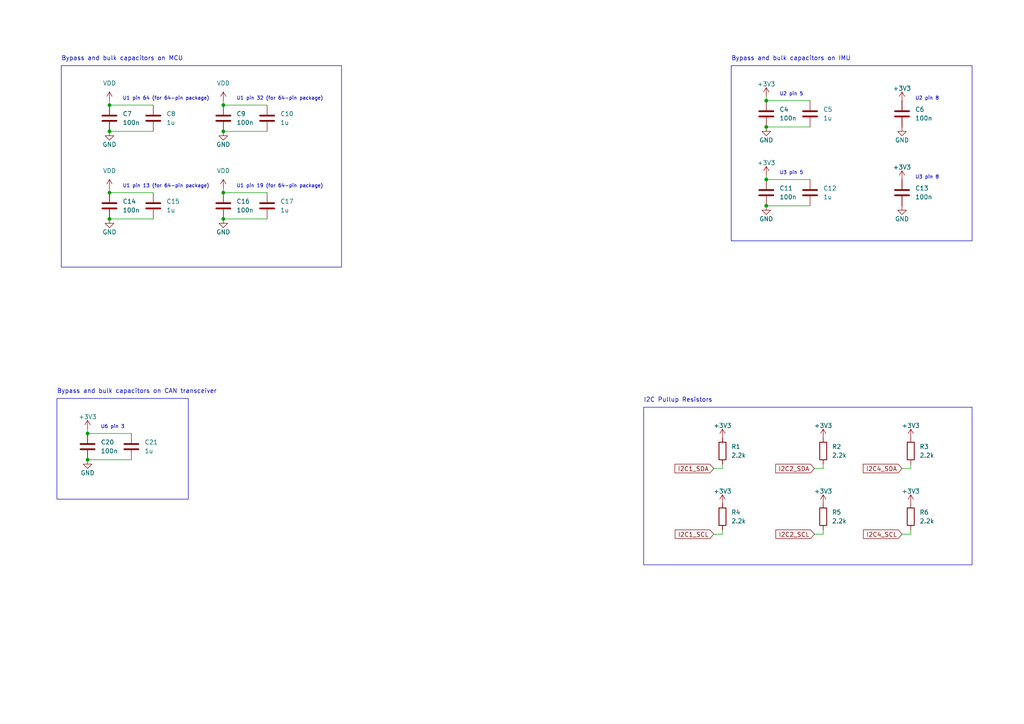
<source format=kicad_sch>
(kicad_sch (version 20230121) (generator eeschema)
  (paper "A4")
  (lib_symbols
    (symbol "Device:C" (pin_numbers hide) (pin_names (offset 0.254))
      (property "Reference" "C" (at 0.635 2.54 0))
      (property "Value" "C" (at 0.635 -2.54 0))
      (symbol "C_0_1"
        (polyline (pts (xy -2.032 -0.762) (xy 2.032 -0.762)) (stroke (width 0.508)))
        (polyline (pts (xy -2.032 0.762) (xy 2.032 0.762)) (stroke (width 0.508)))
      )
      (symbol "C_1_1"
        (pin passive line (at 0 3.81 270) (length 2.794) (name "~") (number "1"))
        (pin passive line (at 0 -3.81 90) (length 2.794) (name "~") (number "2"))
      )
    )
    (symbol "Device:R" (pin_numbers hide) (pin_names (offset 0))
      (property "Reference" "R" (at 2.032 0 90))
      (property "Value" "R" (at 0 0 90))
      (symbol "R_0_1"
        (rectangle (start -1.016 -2.54) (end 1.016 2.54) (stroke (width 0.254)))
      )
      (symbol "R_1_1"
        (pin passive line (at 0 3.81 270) (length 1.27) (name "~") (number "1"))
        (pin passive line (at 0 -3.81 90) (length 1.27) (name "~") (number "2"))
      )
    )
    (symbol "power:+3V3" (power) (pin_names (offset 0))
      (property "Value" "+3V3" (at 0 3.556 0))
      (symbol "+3V3_0_1"
        (polyline (pts (xy -0.762 1.27) (xy 0 2.54)))
        (polyline (pts (xy 0 0) (xy 0 2.54)))
        (polyline (pts (xy 0 2.54) (xy 0.762 1.27)))
      )
      (symbol "+3V3_1_1"
        (pin power_in line (at 0 0 90) (length 0) hide (name "+3V3") (number "1"))
      )
    )
    (symbol "power:GND" (power) (pin_names (offset 0))
      (property "Value" "GND" (at 0 -3.81 0))
      (symbol "GND_0_1"
        (polyline (pts (xy 0 0) (xy 0 -1.27) (xy 1.27 -1.27) (xy 0 -2.54) (xy -1.27 -1.27) (xy 0 -1.27)))
      )
      (symbol "GND_1_1"
        (pin power_in line (at 0 0 270) (length 0) hide (name "GND") (number "1"))
      )
    )
    (symbol "power:VDD" (power) (pin_names (offset 0))
      (property "Value" "VDD" (at 0 3.81 0))
      (symbol "VDD_0_1"
        (polyline (pts (xy -0.762 1.27) (xy 0 2.54)))
        (polyline (pts (xy 0 0) (xy 0 2.54)))
        (polyline (pts (xy 0 2.54) (xy 0.762 1.27)))
      )
      (symbol "VDD_1_1"
        (pin power_in line (at 0 0 90) (length 0) hide (name "VDD") (number "1"))
      )
    )
  )
  (junction (at 222.25 29.21))
  (junction (at 64.77 30.48))
  (junction (at 25.4 125.73))
  (junction (at 31.75 30.48))
  (junction (at 31.75 38.1))
  (junction (at 31.75 55.88))
  (junction (at 25.4 133.35))
  (junction (at 64.77 38.1))
  (junction (at 64.77 63.5))
  (junction (at 222.25 59.69))
  (junction (at 64.77 55.88))
  (junction (at 222.25 52.07))
  (junction (at 222.25 36.83))
  (junction (at 31.75 63.5))
  (wire (pts (xy 222.25 36.83) (xy 234.95 36.83)))
  (wire (pts (xy 64.77 63.5) (xy 77.47 63.5)))
  (wire (pts (xy 238.76 154.94) (xy 236.22 154.94)))
  (wire (pts (xy 207.01 135.89) (xy 209.55 135.89)))
  (wire (pts (xy 77.47 30.48) (xy 64.77 30.48)))
  (wire (pts (xy 209.55 154.94) (xy 207.01 154.94)))
  (wire (pts (xy 222.25 59.69) (xy 234.95 59.69)))
  (wire (pts (xy 209.55 135.89) (xy 209.55 134.62)))
  (wire (pts (xy 31.75 54.61) (xy 31.75 55.88)))
  (wire (pts (xy 222.25 27.94) (xy 222.25 29.21)))
  (wire (pts (xy 25.4 124.46) (xy 25.4 125.73)))
  (wire (pts (xy 38.1 125.73) (xy 25.4 125.73)))
  (wire (pts (xy 222.25 50.8) (xy 222.25 52.07)))
  (wire (pts (xy 77.47 55.88) (xy 64.77 55.88)))
  (wire (pts (xy 209.55 153.67) (xy 209.55 154.94)))
  (wire (pts (xy 31.75 63.5) (xy 44.45 63.5)))
  (wire (pts (xy 234.95 52.07) (xy 222.25 52.07)))
  (wire (pts (xy 31.75 29.21) (xy 31.75 30.48)))
  (wire (pts (xy 25.4 133.35) (xy 38.1 133.35)))
  (wire (pts (xy 44.45 55.88) (xy 31.75 55.88)))
  (wire (pts (xy 64.77 29.21) (xy 64.77 30.48)))
  (wire (pts (xy 31.75 38.1) (xy 44.45 38.1)))
  (wire (pts (xy 264.16 135.89) (xy 264.16 134.62)))
  (wire (pts (xy 238.76 135.89) (xy 238.76 134.62)))
  (wire (pts (xy 64.77 38.1) (xy 77.47 38.1)))
  (wire (pts (xy 238.76 153.67) (xy 238.76 154.94)))
  (wire (pts (xy 234.95 29.21) (xy 222.25 29.21)))
  (wire (pts (xy 264.16 153.67) (xy 264.16 154.94)))
  (wire (pts (xy 236.22 135.89) (xy 238.76 135.89)))
  (wire (pts (xy 261.62 135.89) (xy 264.16 135.89)))
  (wire (pts (xy 264.16 154.94) (xy 261.62 154.94)))
  (wire (pts (xy 64.77 54.61) (xy 64.77 55.88)))
  (wire (pts (xy 44.45 30.48) (xy 31.75 30.48)))
  (rectangle (start 17.78 19.05) (end 99.06 77.47))
  (rectangle (start 186.69 118.11) (end 281.94 163.83))
  (rectangle (start 212.09 19.05) (end 281.94 69.85))
  (rectangle (start 16.51 115.57) (end 54.61 144.78))
  (text "U3 pin 5" (at 226.06 50.8 0) (effects (font (size 1 1)) (justify left bottom)))
  (text "U1 pin 32 (for 64-pin package)" (at 68.58 29.21 0) (effects (font (size 1 1)) (justify left bottom)))
  (text "U2 pin 5" (at 226.06 27.94 0) (effects (font (size 1 1)) (justify left bottom)))
  (text "U1 pin 19 (for 64-pin package)" (at 68.58 54.61 0) (effects (font (size 1 1)) (justify left bottom)))
  (text "U6 pin 3" (at 29.21 124.46 0) (effects (font (size 1 1)) (justify left bottom)))
  (text "U1 pin 13 (for 64-pin package)" (at 35.56 54.61 0) (effects (font (size 1 1)) (justify left bottom)))
  (text "I2C Pullup Resistors" (at 186.69 116.84 0) (effects (font (size 1.27 1.27)) (justify left bottom)))
  (text "Bypass and bulk capacitors on CAN transceiver" (at 16.51 114.3 0) (effects (font (size 1.27 1.27)) (justify left bottom)))
  (text "Bypass and bulk capacitors on MCU" (at 17.78 17.78 0) (effects (font (size 1.27 1.27)) (justify left bottom)))
  (text "U1 pin 64 (for 64-pin package)" (at 35.56 29.21 0) (effects (font (size 1 1)) (justify left bottom)))
  (text "Bypass and bulk capacitors on IMU" (at 212.09 17.78 0) (effects (font (size 1.27 1.27)) (justify left bottom)))
  (text "U2 pin 8" (at 265.43 29.21 0) (effects (font (size 1 1)) (justify left bottom)))
  (text "U3 pin 8" (at 265.43 52.07 0) (effects (font (size 1 1)) (justify left bottom)))
  (global_label "I2C1_SCL" (shape input) (at 207.01 154.94 180) (property "Intersheetrefs" "${INTERSHEET_REFS}" (effects hide)))
  (global_label "I2C2_SDA" (shape input) (at 236.22 135.89 180) (property "Intersheetrefs" "${INTERSHEET_REFS}" (effects hide)))
  (global_label "I2C2_SCL" (shape input) (at 236.22 154.94 180) (property "Intersheetrefs" "${INTERSHEET_REFS}" (effects hide)))
  (global_label "I2C1_SDA" (shape input) (at 207.01 135.89 180) (property "Intersheetrefs" "${INTERSHEET_REFS}" (effects hide)))
  (global_label "I2C4_SCL" (shape input) (at 261.62 154.94 180) (property "Intersheetrefs" "${INTERSHEET_REFS}" (effects hide)))
  (global_label "I2C4_SDA" (shape input) (at 261.62 135.89 180) (property "Intersheetrefs" "${INTERSHEET_REFS}" (effects hide)))
  (symbol (lib_id "power:VDD") (at 31.75 54.61 0) (unit 1)
    (property "Reference" "#PWR040" (effects hide))
    (property "Value" "VDD" (at 31.75 49.53 0))
  )
  (symbol (lib_id "Device:C") (at 44.45 59.69 0) (unit 1)
    (property "Reference" "C15" (at 48.26 58.42 0) (effects (justify left)))
    (property "Value" "1u" (at 48.26 60.96 0) (effects (justify left)))
    (property "Footprint" "footprints:Nondescript_C_0603_1608Metric" (effects hide))
  )
  (symbol (lib_id "power:+3V3") (at 25.4 124.46 0) (unit 1)
    (property "Reference" "#PWR056" (effects hide))
    (property "Value" "+3V3" (at 25.4 120.904 0))
  )
  (symbol (lib_id "power:VDD") (at 64.77 29.21 0) (unit 1)
    (property "Reference" "#PWR039" (effects hide))
    (property "Value" "VDD" (at 64.77 24.13 0))
  )
  (symbol (lib_id "Device:C") (at 64.77 59.69 0) (unit 1)
    (property "Reference" "C16" (at 68.58 58.42 0) (effects (justify left)))
    (property "Value" "100n" (at 68.58 60.96 0) (effects (justify left)))
    (property "Footprint" "footprints:Nondescript_C_0402_1005Metric" (effects hide))
  )
  (symbol (lib_id "Device:C") (at 234.95 33.02 0) (unit 1)
    (property "Reference" "C5" (at 238.76 31.75 0) (effects (justify left)))
    (property "Value" "1u" (at 238.76 34.29 0) (effects (justify left)))
    (property "Footprint" "footprints:Nondescript_C_0603_1608Metric" (effects hide))
  )
  (symbol (lib_id "power:+3V3") (at 261.62 52.07 0) (unit 1)
    (property "Reference" "#PWR047" (effects hide))
    (property "Value" "+3V3" (at 261.62 48.514 0))
  )
  (symbol (lib_id "power:+3V3") (at 238.76 127 0) (unit 1)
    (property "Reference" "#PWR058" (effects hide))
    (property "Value" "+3V3" (at 238.76 123.444 0))
  )
  (symbol (lib_id "power:GND") (at 25.4 133.35 0) (unit 1)
    (property "Reference" "#PWR060" (effects hide))
    (property "Value" "GND" (at 25.4 137.16 0))
  )
  (symbol (lib_id "power:GND") (at 222.25 59.69 0) (unit 1)
    (property "Reference" "#PWR051" (effects hide))
    (property "Value" "GND" (at 222.25 63.5 0))
  )
  (symbol (lib_id "power:GND") (at 222.25 36.83 0) (unit 1)
    (property "Reference" "#PWR042" (effects hide))
    (property "Value" "GND" (at 222.25 40.64 0))
  )
  (symbol (lib_id "power:+3V3") (at 222.25 50.8 0) (unit 1)
    (property "Reference" "#PWR046" (effects hide))
    (property "Value" "+3V3" (at 222.25 47.244 0))
  )
  (symbol (lib_id "Device:C") (at 222.25 33.02 0) (unit 1)
    (property "Reference" "C4" (at 226.06 31.75 0) (effects (justify left)))
    (property "Value" "100n" (at 226.06 34.29 0) (effects (justify left)))
    (property "Footprint" "footprints:Nondescript_C_0402_1005Metric" (effects hide))
  )
  (symbol (lib_id "Device:C") (at 261.62 55.88 0) (unit 1)
    (property "Reference" "C13" (at 265.43 54.61 0) (effects (justify left)))
    (property "Value" "100n" (at 265.43 57.15 0) (effects (justify left)))
    (property "Footprint" "footprints:Nondescript_C_0402_1005Metric" (effects hide))
  )
  (symbol (lib_id "power:GND") (at 31.75 63.5 0) (unit 1)
    (property "Reference" "#PWR053" (effects hide))
    (property "Value" "GND" (at 31.75 67.31 0))
  )
  (symbol (lib_id "Device:C") (at 261.62 33.02 0) (unit 1)
    (property "Reference" "C6" (at 265.43 31.75 0) (effects (justify left)))
    (property "Value" "100n" (at 265.43 34.29 0) (effects (justify left)))
    (property "Footprint" "footprints:Nondescript_C_0402_1005Metric" (effects hide))
  )
  (symbol (lib_id "Device:R") (at 264.16 149.86 0) (unit 1)
    (property "Reference" "R6" (at 266.7 148.59 0) (effects (justify left)))
    (property "Value" "2.2k" (at 266.7 151.13 0) (effects (justify left)))
    (property "Footprint" "Resistor_SMD:R_0402_1005Metric" (effects hide))
    (property "MPN" "C517529" (effects hide))
    (property "Manufacturer" "UNI-ROYAL(Uniroyal Elec)" (effects hide))
    (property "Manufacturer Part Number" "TC0250D2201TCC" (effects hide))
  )
  (symbol (lib_id "power:GND") (at 31.75 38.1 0) (unit 1)
    (property "Reference" "#PWR044" (effects hide))
    (property "Value" "GND" (at 31.75 41.91 0))
  )
  (symbol (lib_id "power:+3V3") (at 222.25 27.94 0) (unit 1)
    (property "Reference" "#PWR038" (effects hide))
    (property "Value" "+3V3" (at 222.25 24.384 0))
  )
  (symbol (lib_id "Device:R") (at 209.55 130.81 0) (unit 1)
    (property "Reference" "R1" (at 212.09 129.54 0) (effects (justify left)))
    (property "Value" "2.2k" (at 212.09 132.08 0) (effects (justify left)))
    (property "Footprint" "Resistor_SMD:R_0402_1005Metric" (effects hide))
    (property "MPN" "C517529" (effects hide))
    (property "Manufacturer" "UNI-ROYAL(Uniroyal Elec)" (effects hide))
    (property "Manufacturer Part Number" "TC0250D2201TCC" (effects hide))
  )
  (symbol (lib_id "Device:R") (at 209.55 149.86 0) (unit 1)
    (property "Reference" "R4" (at 212.09 148.59 0) (effects (justify left)))
    (property "Value" "2.2k" (at 212.09 151.13 0) (effects (justify left)))
    (property "Footprint" "Resistor_SMD:R_0402_1005Metric" (effects hide))
    (property "MPN" "C517529" (effects hide))
    (property "Manufacturer" "UNI-ROYAL(Uniroyal Elec)" (effects hide))
    (property "Manufacturer Part Number" "TC0250D2201TCC" (effects hide))
  )
  (symbol (lib_id "Device:C") (at 38.1 129.54 0) (unit 1)
    (property "Reference" "C21" (at 41.91 128.27 0) (effects (justify left)))
    (property "Value" "1u" (at 41.91 130.81 0) (effects (justify left)))
    (property "Footprint" "footprints:Nondescript_C_0603_1608Metric" (effects hide))
  )
  (symbol (lib_id "Device:C") (at 31.75 34.29 0) (unit 1)
    (property "Reference" "C7" (at 35.56 33.02 0) (effects (justify left)))
    (property "Value" "100n" (at 35.56 35.56 0) (effects (justify left)))
    (property "Footprint" "footprints:Nondescript_C_0402_1005Metric" (effects hide))
  )
  (symbol (lib_id "Device:C") (at 77.47 59.69 0) (unit 1)
    (property "Reference" "C17" (at 81.28 58.42 0) (effects (justify left)))
    (property "Value" "1u" (at 81.28 60.96 0) (effects (justify left)))
    (property "Footprint" "footprints:Nondescript_C_0603_1608Metric" (effects hide))
  )
  (symbol (lib_id "Device:C") (at 234.95 55.88 0) (unit 1)
    (property "Reference" "C12" (at 238.76 54.61 0) (effects (justify left)))
    (property "Value" "1u" (at 238.76 57.15 0) (effects (justify left)))
    (property "Footprint" "footprints:Nondescript_C_0603_1608Metric" (effects hide))
  )
  (symbol (lib_id "power:GND") (at 64.77 63.5 0) (unit 1)
    (property "Reference" "#PWR054" (effects hide))
    (property "Value" "GND" (at 64.77 67.31 0))
  )
  (symbol (lib_id "Device:C") (at 64.77 34.29 0) (unit 1)
    (property "Reference" "C9" (at 68.58 33.02 0) (effects (justify left)))
    (property "Value" "100n" (at 68.58 35.56 0) (effects (justify left)))
    (property "Footprint" "footprints:Nondescript_C_0402_1005Metric" (effects hide))
  )
  (symbol (lib_id "Device:C") (at 44.45 34.29 0) (unit 1)
    (property "Reference" "C8" (at 48.26 33.02 0) (effects (justify left)))
    (property "Value" "1u" (at 48.26 35.56 0) (effects (justify left)))
    (property "Footprint" "footprints:Nondescript_C_0603_1608Metric" (effects hide))
  )
  (symbol (lib_id "Device:C") (at 222.25 55.88 0) (unit 1)
    (property "Reference" "C11" (at 226.06 54.61 0) (effects (justify left)))
    (property "Value" "100n" (at 226.06 57.15 0) (effects (justify left)))
    (property "Footprint" "footprints:Nondescript_C_0402_1005Metric" (effects hide))
  )
  (symbol (lib_id "power:+3V3") (at 264.16 127 0) (unit 1)
    (property "Reference" "#PWR059" (effects hide))
    (property "Value" "+3V3" (at 264.16 123.444 0))
  )
  (symbol (lib_id "power:GND") (at 64.77 38.1 0) (unit 1)
    (property "Reference" "#PWR045" (effects hide))
    (property "Value" "GND" (at 64.77 41.91 0))
  )
  (symbol (lib_id "power:VDD") (at 64.77 54.61 0) (unit 1)
    (property "Reference" "#PWR048" (effects hide))
    (property "Value" "VDD" (at 64.77 49.53 0))
  )
  (symbol (lib_id "power:VDD") (at 31.75 29.21 0) (unit 1)
    (property "Reference" "#PWR07" (effects hide))
    (property "Value" "VDD" (at 31.75 24.13 0))
  )
  (symbol (lib_id "power:+3V3") (at 264.16 146.05 0) (unit 1)
    (property "Reference" "#PWR063" (effects hide))
    (property "Value" "+3V3" (at 264.16 142.494 0))
  )
  (symbol (lib_id "power:GND") (at 261.62 59.69 0) (unit 1)
    (property "Reference" "#PWR052" (effects hide))
    (property "Value" "GND" (at 261.62 63.5 0))
  )
  (symbol (lib_id "power:+3V3") (at 209.55 146.05 0) (unit 1)
    (property "Reference" "#PWR061" (effects hide))
    (property "Value" "+3V3" (at 209.55 142.494 0))
  )
  (symbol (lib_id "power:+3V3") (at 238.76 146.05 0) (unit 1)
    (property "Reference" "#PWR062" (effects hide))
    (property "Value" "+3V3" (at 238.76 142.494 0))
  )
  (symbol (lib_id "Device:R") (at 238.76 149.86 0) (unit 1)
    (property "Reference" "R5" (at 241.3 148.59 0) (effects (justify left)))
    (property "Value" "2.2k" (at 241.3 151.13 0) (effects (justify left)))
    (property "Footprint" "Resistor_SMD:R_0402_1005Metric" (effects hide))
    (property "MPN" "C517529" (effects hide))
    (property "Manufacturer" "UNI-ROYAL(Uniroyal Elec)" (effects hide))
    (property "Manufacturer Part Number" "TC0250D2201TCC" (effects hide))
  )
  (symbol (lib_id "power:+3V3") (at 261.62 29.21 0) (unit 1)
    (property "Reference" "#PWR041" (effects hide))
    (property "Value" "+3V3" (at 261.62 25.654 0))
  )
  (symbol (lib_id "Device:C") (at 31.75 59.69 0) (unit 1)
    (property "Reference" "C14" (at 35.56 58.42 0) (effects (justify left)))
    (property "Value" "100n" (at 35.56 60.96 0) (effects (justify left)))
    (property "Footprint" "footprints:Nondescript_C_0402_1005Metric" (effects hide))
  )
  (symbol (lib_id "Device:R") (at 264.16 130.81 0) (unit 1)
    (property "Reference" "R3" (at 266.7 129.54 0) (effects (justify left)))
    (property "Value" "2.2k" (at 266.7 132.08 0) (effects (justify left)))
    (property "Footprint" "Resistor_SMD:R_0402_1005Metric" (effects hide))
    (property "MPN" "C517529" (effects hide))
    (property "Manufacturer" "UNI-ROYAL(Uniroyal Elec)" (effects hide))
    (property "Manufacturer Part Number" "TC0250D2201TCC" (effects hide))
  )
  (symbol (lib_id "power:GND") (at 261.62 36.83 0) (unit 1)
    (property "Reference" "#PWR043" (effects hide))
    (property "Value" "GND" (at 261.62 40.64 0))
  )
  (symbol (lib_id "Device:C") (at 77.47 34.29 0) (unit 1)
    (property "Reference" "C10" (at 81.28 33.02 0) (effects (justify left)))
    (property "Value" "1u" (at 81.28 35.56 0) (effects (justify left)))
    (property "Footprint" "footprints:Nondescript_C_0603_1608Metric" (effects hide))
  )
  (symbol (lib_id "Device:R") (at 238.76 130.81 0) (unit 1)
    (property "Reference" "R2" (at 241.3 129.54 0) (effects (justify left)))
    (property "Value" "2.2k" (at 241.3 132.08 0) (effects (justify left)))
    (property "Footprint" "Resistor_SMD:R_0402_1005Metric" (effects hide))
    (property "MPN" "C517529" (effects hide))
    (property "Manufacturer" "UNI-ROYAL(Uniroyal Elec)" (effects hide))
    (property "Manufacturer Part Number" "TC0250D2201TCC" (effects hide))
  )
  (symbol (lib_id "Device:C") (at 25.4 129.54 0) (unit 1)
    (property "Reference" "C20" (at 29.21 128.27 0) (effects (justify left)))
    (property "Value" "100n" (at 29.21 130.81 0) (effects (justify left)))
    (property "Footprint" "footprints:Nondescript_C_0402_1005Metric" (effects hide))
  )
  (symbol (lib_id "power:+3V3") (at 209.55 127 0) (unit 1)
    (property "Reference" "#PWR057" (effects hide))
    (property "Value" "+3V3" (at 209.55 123.444 0))
  )
)
</source>
